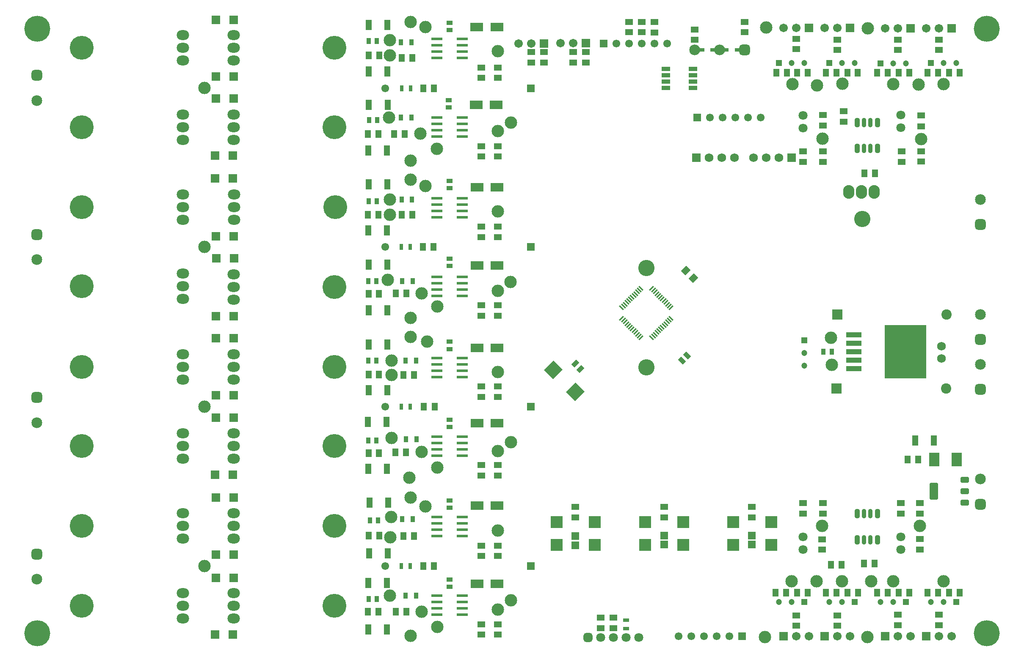
<source format=gbr>
%TF.GenerationSoftware,Altium Limited,Altium Designer,21.6.4 (81)*%
G04 Layer_Color=16711935*
%FSLAX43Y43*%
%MOMM*%
%TF.SameCoordinates,5D8205C6-A8A5-4108-8313-488A8EE5113E*%
%TF.FilePolarity,Negative*%
%TF.FileFunction,Soldermask,Bot*%
%TF.Part,Single*%
G01*
G75*
%TA.AperFunction,ComponentPad*%
%ADD24C,1.550*%
%ADD25R,1.550X1.550*%
%ADD32R,1.200X1.200*%
%ADD33C,1.200*%
%ADD36R,2.057X2.057*%
%ADD37C,2.057*%
%ADD42R,1.200X1.200*%
%TA.AperFunction,SMDPad,CuDef*%
%ADD45R,1.700X1.680*%
%ADD48R,1.250X2.000*%
%ADD49R,1.508X1.207*%
%ADD50R,2.500X1.700*%
%ADD51R,1.262X0.958*%
%ADD52R,2.270X0.558*%
%ADD53R,1.207X1.508*%
%ADD54R,0.900X1.200*%
%ADD55R,0.757X1.308*%
%ADD56R,0.808X1.262*%
G04:AMPARAMS|DCode=59|XSize=1.207mm|YSize=1.508mm|CornerRadius=0mm|HoleSize=0mm|Usage=FLASHONLY|Rotation=315.000|XOffset=0mm|YOffset=0mm|HoleType=Round|Shape=Rectangle|*
%AMROTATEDRECTD59*
4,1,4,-0.960,-0.107,0.107,0.960,0.960,0.107,-0.107,-0.960,-0.960,-0.107,0.0*
%
%ADD59ROTATEDRECTD59*%

G04:AMPARAMS|DCode=60|XSize=1.194mm|YSize=0.305mm|CornerRadius=0mm|HoleSize=0mm|Usage=FLASHONLY|Rotation=225.000|XOffset=0mm|YOffset=0mm|HoleType=Round|Shape=Rectangle|*
%AMROTATEDRECTD60*
4,1,4,0.314,0.530,0.530,0.314,-0.314,-0.530,-0.530,-0.314,0.314,0.530,0.0*
%
%ADD60ROTATEDRECTD60*%

G04:AMPARAMS|DCode=61|XSize=1.194mm|YSize=0.305mm|CornerRadius=0mm|HoleSize=0mm|Usage=FLASHONLY|Rotation=315.000|XOffset=0mm|YOffset=0mm|HoleType=Round|Shape=Rectangle|*
%AMROTATEDRECTD61*
4,1,4,-0.530,0.314,-0.314,0.530,0.530,-0.314,0.314,-0.530,-0.530,0.314,0.0*
%
%ADD61ROTATEDRECTD61*%

G04:AMPARAMS|DCode=63|XSize=0.95mm|YSize=1.35mm|CornerRadius=0mm|HoleSize=0mm|Usage=FLASHONLY|Rotation=315.000|XOffset=0mm|YOffset=0mm|HoleType=Round|Shape=Rectangle|*
%AMROTATEDRECTD63*
4,1,4,-0.813,-0.141,0.141,0.813,0.813,0.141,-0.141,-0.813,-0.813,-0.141,0.0*
%
%ADD63ROTATEDRECTD63*%

G04:AMPARAMS|DCode=64|XSize=0.95mm|YSize=1.35mm|CornerRadius=0mm|HoleSize=0mm|Usage=FLASHONLY|Rotation=45.000|XOffset=0mm|YOffset=0mm|HoleType=Round|Shape=Rectangle|*
%AMROTATEDRECTD64*
4,1,4,0.141,-0.813,-0.813,0.141,-0.141,0.813,0.813,-0.141,0.141,-0.813,0.0*
%
%ADD64ROTATEDRECTD64*%

%ADD65R,1.556X1.505*%
%ADD66R,1.308X0.757*%
%ADD69R,2.000X2.800*%
%ADD70R,0.807X1.308*%
%ADD71R,3.050X1.016*%
%ADD72R,8.380X10.660*%
%ADD73R,1.508X1.157*%
%ADD74R,1.157X1.508*%
G04:AMPARAMS|DCode=86|XSize=1.003mm|YSize=1.803mm|CornerRadius=0.302mm|HoleSize=0mm|Usage=FLASHONLY|Rotation=180.000|XOffset=0mm|YOffset=0mm|HoleType=Round|Shape=RoundedRectangle|*
%AMROUNDEDRECTD86*
21,1,1.003,1.200,0,0,180.0*
21,1,0.400,1.803,0,0,180.0*
1,1,0.603,-0.200,0.600*
1,1,0.603,0.200,0.600*
1,1,0.603,0.200,-0.600*
1,1,0.603,-0.200,-0.600*
%
%ADD86ROUNDEDRECTD86*%
G04:AMPARAMS|DCode=87|XSize=0.803mm|YSize=1.803mm|CornerRadius=0.252mm|HoleSize=0mm|Usage=FLASHONLY|Rotation=180.000|XOffset=0mm|YOffset=0mm|HoleType=Round|Shape=RoundedRectangle|*
%AMROUNDEDRECTD87*
21,1,0.803,1.300,0,0,180.0*
21,1,0.300,1.803,0,0,180.0*
1,1,0.503,-0.150,0.650*
1,1,0.503,0.150,0.650*
1,1,0.503,0.150,-0.650*
1,1,0.503,-0.150,-0.650*
%
%ADD87ROUNDEDRECTD87*%
%ADD88R,1.728X0.853*%
%ADD89R,1.203X0.703*%
G04:AMPARAMS|DCode=90|XSize=2.653mm|YSize=2.553mm|CornerRadius=0mm|HoleSize=0mm|Usage=FLASHONLY|Rotation=225.000|XOffset=0mm|YOffset=0mm|HoleType=Round|Shape=Rectangle|*
%AMROTATEDRECTD90*
4,1,4,0.035,1.841,1.841,0.035,-0.035,-1.841,-1.841,-0.035,0.035,1.841,0.0*
%
%ADD90ROTATEDRECTD90*%

G04:AMPARAMS|DCode=91|XSize=3.353mm|YSize=1.653mm|CornerRadius=0.152mm|HoleSize=0mm|Usage=FLASHONLY|Rotation=90.000|XOffset=0mm|YOffset=0mm|HoleType=Round|Shape=RoundedRectangle|*
%AMROUNDEDRECTD91*
21,1,3.353,1.349,0,0,90.0*
21,1,3.049,1.653,0,0,90.0*
1,1,0.305,0.674,1.524*
1,1,0.305,0.674,-1.524*
1,1,0.305,-0.674,-1.524*
1,1,0.305,-0.674,1.524*
%
%ADD91ROUNDEDRECTD91*%
G04:AMPARAMS|DCode=92|XSize=1.103mm|YSize=1.653mm|CornerRadius=0.151mm|HoleSize=0mm|Usage=FLASHONLY|Rotation=90.000|XOffset=0mm|YOffset=0mm|HoleType=Round|Shape=RoundedRectangle|*
%AMROUNDEDRECTD92*
21,1,1.103,1.351,0,0,90.0*
21,1,0.801,1.653,0,0,90.0*
1,1,0.302,0.676,0.401*
1,1,0.302,0.676,-0.401*
1,1,0.302,-0.676,-0.401*
1,1,0.302,-0.676,0.401*
%
%ADD92ROUNDEDRECTD92*%
%TA.AperFunction,ComponentPad*%
%ADD93O,2.489X1.981*%
%ADD94C,4.775*%
%ADD95C,3.251*%
%ADD96O,2.235X2.743*%
%ADD97C,2.489*%
%ADD98C,1.803*%
G04:AMPARAMS|DCode=99|XSize=1.803mm|YSize=1.803mm|CornerRadius=0.502mm|HoleSize=0mm|Usage=FLASHONLY|Rotation=0.000|XOffset=0mm|YOffset=0mm|HoleType=Round|Shape=RoundedRectangle|*
%AMROUNDEDRECTD99*
21,1,1.803,0.800,0,0,0.0*
21,1,0.800,1.803,0,0,0.0*
1,1,1.003,0.400,-0.400*
1,1,1.003,-0.400,-0.400*
1,1,1.003,-0.400,0.400*
1,1,1.003,0.400,0.400*
%
%ADD99ROUNDEDRECTD99*%
%ADD100R,2.489X2.489*%
G04:AMPARAMS|DCode=101|XSize=2.153mm|YSize=2.153mm|CornerRadius=0.589mm|HoleSize=0mm|Usage=FLASHONLY|Rotation=90.000|XOffset=0mm|YOffset=0mm|HoleType=Round|Shape=RoundedRectangle|*
%AMROUNDEDRECTD101*
21,1,2.153,0.975,0,0,90.0*
21,1,0.975,2.153,0,0,90.0*
1,1,1.178,0.488,0.488*
1,1,1.178,0.488,-0.488*
1,1,1.178,-0.488,-0.488*
1,1,1.178,-0.488,0.488*
%
%ADD101ROUNDEDRECTD101*%
%ADD102C,2.153*%
%ADD103C,1.703*%
%ADD104R,1.703X1.703*%
%ADD105C,1.727*%
%ADD106C,1.753*%
%ADD107R,1.753X1.753*%
G04:AMPARAMS|DCode=108|XSize=2.153mm|YSize=2.153mm|CornerRadius=0.589mm|HoleSize=0mm|Usage=FLASHONLY|Rotation=180.000|XOffset=0mm|YOffset=0mm|HoleType=Round|Shape=RoundedRectangle|*
%AMROUNDEDRECTD108*
21,1,2.153,0.975,0,0,180.0*
21,1,0.975,2.153,0,0,180.0*
1,1,1.178,-0.488,0.488*
1,1,1.178,0.488,0.488*
1,1,1.178,0.488,-0.488*
1,1,1.178,-0.488,-0.488*
%
%ADD108ROUNDEDRECTD108*%
%TA.AperFunction,ViaPad*%
%ADD109C,5.203*%
D24*
X104367Y157022D02*
D03*
X163068Y47244D02*
D03*
X165608D02*
D03*
X168148D02*
D03*
X170688D02*
D03*
X173228D02*
D03*
X169291Y151176D02*
D03*
X171831D02*
D03*
X174371D02*
D03*
X176911D02*
D03*
X179451Y151176D02*
D03*
X150622Y165989D02*
D03*
X153162D02*
D03*
X155702D02*
D03*
X158242D02*
D03*
X160782D02*
D03*
X104367Y125222D02*
D03*
X104394Y93218D02*
D03*
X104367Y61341D02*
D03*
D25*
X133477Y157022D02*
D03*
X175768Y47244D02*
D03*
X166751Y151176D02*
D03*
X148082Y165989D02*
D03*
X133477Y125222D02*
D03*
X133504Y93218D02*
D03*
X133477Y61341D02*
D03*
D32*
X213487Y162052D02*
D03*
X203454Y162047D02*
D03*
X193167Y162052D02*
D03*
X183134D02*
D03*
X208534Y54102D02*
D03*
X218567D02*
D03*
X198247D02*
D03*
X188214D02*
D03*
D33*
X216027Y162052D02*
D03*
X218567D02*
D03*
X205994Y162047D02*
D03*
X208534D02*
D03*
X195707Y162052D02*
D03*
X198247D02*
D03*
X185674D02*
D03*
X188214D02*
D03*
X203454Y54102D02*
D03*
X205994D02*
D03*
X213487D02*
D03*
X216027D02*
D03*
X193167D02*
D03*
X195707D02*
D03*
X183134D02*
D03*
X185674D02*
D03*
X188209Y104013D02*
D03*
Y101473D02*
D03*
D36*
X194768Y111731D02*
D03*
X194640Y96901D02*
D03*
D37*
X216663Y111731D02*
D03*
X216535Y96901D02*
D03*
D42*
X188209Y106553D02*
D03*
D45*
X73914Y47625D02*
D03*
X70334D02*
D03*
X74041Y58928D02*
D03*
X70461D02*
D03*
X74041Y63627D02*
D03*
X70461D02*
D03*
X73914Y79629D02*
D03*
X70334D02*
D03*
X74041Y91059D02*
D03*
X70461D02*
D03*
X74041Y95504D02*
D03*
X70461D02*
D03*
X74041Y106934D02*
D03*
X70461D02*
D03*
X74053Y111379D02*
D03*
X70473D02*
D03*
X74180Y122936D02*
D03*
X70600D02*
D03*
X74053Y127381D02*
D03*
X70473D02*
D03*
X73926Y138938D02*
D03*
X70346D02*
D03*
X73914Y143510D02*
D03*
X70334D02*
D03*
X74053Y154940D02*
D03*
X70473D02*
D03*
X74053Y159385D02*
D03*
X70473D02*
D03*
X74053Y170688D02*
D03*
X70473D02*
D03*
X74053Y75057D02*
D03*
X70473D02*
D03*
D48*
X100995Y80772D02*
D03*
X104745D02*
D03*
X100868Y90170D02*
D03*
X104618D02*
D03*
X101092Y153670D02*
D03*
X104842D02*
D03*
X101025Y169672D02*
D03*
X104775D02*
D03*
X100995Y144526D02*
D03*
X104745D02*
D03*
X101025Y137795D02*
D03*
X104775D02*
D03*
X100995Y128524D02*
D03*
X104745D02*
D03*
X101025Y112522D02*
D03*
X104775D02*
D03*
X101025Y121666D02*
D03*
X104775D02*
D03*
X101025Y96520D02*
D03*
X104775D02*
D03*
X101025Y105664D02*
D03*
X104775D02*
D03*
X101122Y63881D02*
D03*
X104872D02*
D03*
X100995Y57912D02*
D03*
X104745D02*
D03*
X214092Y86487D02*
D03*
X210342D02*
D03*
X104999Y74041D02*
D03*
X101249D02*
D03*
X104745Y48641D02*
D03*
X100995D02*
D03*
X104775Y160401D02*
D03*
X101025D02*
D03*
D49*
X123571Y161198D02*
D03*
Y159096D02*
D03*
X126873Y161198D02*
D03*
Y159096D02*
D03*
X123571Y81569D02*
D03*
Y79467D02*
D03*
X126873Y81569D02*
D03*
Y79467D02*
D03*
X123571Y65440D02*
D03*
Y63338D02*
D03*
X126873Y65440D02*
D03*
Y63338D02*
D03*
X123571Y49692D02*
D03*
Y47590D02*
D03*
X126873Y49692D02*
D03*
Y47590D02*
D03*
X155702Y170342D02*
D03*
Y168240D02*
D03*
X158242Y168205D02*
D03*
Y170307D02*
D03*
X166243Y168818D02*
D03*
Y166716D02*
D03*
X176276Y168240D02*
D03*
Y170342D02*
D03*
X160147Y73187D02*
D03*
Y71085D02*
D03*
X191770Y66710D02*
D03*
Y64608D02*
D03*
X187960Y73949D02*
D03*
Y71847D02*
D03*
X191897Y73949D02*
D03*
Y71847D02*
D03*
X207518Y73949D02*
D03*
Y71847D02*
D03*
X187960Y142297D02*
D03*
Y144399D02*
D03*
X196088Y150333D02*
D03*
Y152435D02*
D03*
X207645Y142297D02*
D03*
Y144399D02*
D03*
X211582Y142332D02*
D03*
Y144434D02*
D03*
X133604Y162179D02*
D03*
Y164281D02*
D03*
X136144Y162179D02*
D03*
Y164281D02*
D03*
X141986Y162179D02*
D03*
Y164281D02*
D03*
X144526Y162179D02*
D03*
Y164281D02*
D03*
X153162Y168240D02*
D03*
Y170342D02*
D03*
X142367Y71050D02*
D03*
Y73152D02*
D03*
X177673Y71085D02*
D03*
Y73187D02*
D03*
X191897Y144377D02*
D03*
Y142275D02*
D03*
Y151673D02*
D03*
Y149571D02*
D03*
X211311Y64626D02*
D03*
Y66727D02*
D03*
X211328Y71847D02*
D03*
Y73949D02*
D03*
X215138Y164684D02*
D03*
Y166786D02*
D03*
X206883Y164684D02*
D03*
Y166786D02*
D03*
X186563Y164846D02*
D03*
Y166948D02*
D03*
X194818Y164684D02*
D03*
Y166786D02*
D03*
X215138Y49495D02*
D03*
Y51597D02*
D03*
X206883Y49460D02*
D03*
Y51562D02*
D03*
X186563Y49368D02*
D03*
Y51470D02*
D03*
X194818Y49368D02*
D03*
Y51470D02*
D03*
X126873Y143348D02*
D03*
Y145450D02*
D03*
X123571Y143348D02*
D03*
Y145450D02*
D03*
X126873Y127219D02*
D03*
Y129321D02*
D03*
X123571Y127219D02*
D03*
Y129321D02*
D03*
X126873Y111471D02*
D03*
Y113573D02*
D03*
X123571Y111471D02*
D03*
Y113573D02*
D03*
X126873Y95215D02*
D03*
Y97317D02*
D03*
X123571Y95215D02*
D03*
Y97317D02*
D03*
D50*
X126714Y57785D02*
D03*
X122714D02*
D03*
X126714Y73406D02*
D03*
X122714D02*
D03*
X126714Y89916D02*
D03*
X122714D02*
D03*
X126714Y105029D02*
D03*
X122714D02*
D03*
X126714Y121539D02*
D03*
X122714D02*
D03*
X126714Y137160D02*
D03*
X122714D02*
D03*
X126587Y153670D02*
D03*
X122587D02*
D03*
X126682Y169291D02*
D03*
X122682D02*
D03*
D51*
X117221Y168691D02*
D03*
Y170145D02*
D03*
X117094Y153162D02*
D03*
Y154616D02*
D03*
X117221Y137033D02*
D03*
Y138487D02*
D03*
Y121412D02*
D03*
Y122866D02*
D03*
Y104810D02*
D03*
Y106264D02*
D03*
Y89189D02*
D03*
Y90643D02*
D03*
Y57185D02*
D03*
Y58639D02*
D03*
Y74479D02*
D03*
Y73025D02*
D03*
D52*
X114707Y71120D02*
D03*
Y69850D02*
D03*
Y68580D02*
D03*
Y67310D02*
D03*
X119735D02*
D03*
Y68580D02*
D03*
Y69850D02*
D03*
Y71120D02*
D03*
X114707Y55372D02*
D03*
Y54102D02*
D03*
Y52832D02*
D03*
Y51562D02*
D03*
X119735D02*
D03*
Y52832D02*
D03*
Y54102D02*
D03*
Y55372D02*
D03*
X114707Y166878D02*
D03*
Y165608D02*
D03*
Y164338D02*
D03*
Y163068D02*
D03*
X119735D02*
D03*
Y164338D02*
D03*
Y165608D02*
D03*
Y166878D02*
D03*
X114707Y151130D02*
D03*
Y149860D02*
D03*
Y148590D02*
D03*
Y147320D02*
D03*
X119735D02*
D03*
Y148590D02*
D03*
Y149860D02*
D03*
Y151130D02*
D03*
X114707Y135001D02*
D03*
Y133731D02*
D03*
Y132461D02*
D03*
Y131191D02*
D03*
X119735D02*
D03*
Y132461D02*
D03*
Y133731D02*
D03*
Y135001D02*
D03*
X114707Y119253D02*
D03*
Y117983D02*
D03*
Y116713D02*
D03*
Y115443D02*
D03*
X119735D02*
D03*
Y116713D02*
D03*
Y117983D02*
D03*
Y119253D02*
D03*
X114707Y102997D02*
D03*
Y101727D02*
D03*
Y100457D02*
D03*
Y99187D02*
D03*
X119735D02*
D03*
Y100457D02*
D03*
Y101727D02*
D03*
Y102997D02*
D03*
X114707Y87249D02*
D03*
Y85979D02*
D03*
Y84709D02*
D03*
Y83439D02*
D03*
X119735D02*
D03*
Y84709D02*
D03*
Y85979D02*
D03*
Y87249D02*
D03*
D53*
X108620Y52197D02*
D03*
X106518D02*
D03*
X110144Y67310D02*
D03*
X108042D02*
D03*
X110144Y99568D02*
D03*
X108042D02*
D03*
X108620Y115951D02*
D03*
X106518D02*
D03*
X109763Y131699D02*
D03*
X107661D02*
D03*
X109763Y163068D02*
D03*
X107661D02*
D03*
X103159Y163576D02*
D03*
X101057D02*
D03*
X108493Y84074D02*
D03*
X106391D02*
D03*
X184566Y56007D02*
D03*
X182464D02*
D03*
X188884D02*
D03*
X186782D02*
D03*
X198917D02*
D03*
X196815D02*
D03*
X204886D02*
D03*
X202784D02*
D03*
X209204D02*
D03*
X207102D02*
D03*
X219237D02*
D03*
X217135D02*
D03*
X200117Y61849D02*
D03*
X202219D02*
D03*
X193513Y61595D02*
D03*
X195615D02*
D03*
X200244Y139954D02*
D03*
X202346D02*
D03*
X217135Y160147D02*
D03*
X219237D02*
D03*
X212817D02*
D03*
X214919D02*
D03*
X209169D02*
D03*
X207067D02*
D03*
X202784D02*
D03*
X204886D02*
D03*
X196780D02*
D03*
X198882D02*
D03*
X192497D02*
D03*
X194599D02*
D03*
X188849D02*
D03*
X186747D02*
D03*
X182591D02*
D03*
X184693D02*
D03*
X194599Y56007D02*
D03*
X192497D02*
D03*
X214919D02*
D03*
X212817D02*
D03*
X208880Y82677D02*
D03*
X210982D02*
D03*
X106137Y147828D02*
D03*
X108239D02*
D03*
X101057Y67437D02*
D03*
X103159D02*
D03*
X100895Y147828D02*
D03*
X102997D02*
D03*
X100930Y52197D02*
D03*
X103032D02*
D03*
X101022Y83947D02*
D03*
X103124D02*
D03*
X101022Y99695D02*
D03*
X103124D02*
D03*
X100930Y131699D02*
D03*
X103032D02*
D03*
X101022Y115824D02*
D03*
X103124D02*
D03*
D54*
X108424Y55372D02*
D03*
X110524D02*
D03*
X107789Y70739D02*
D03*
X109889D02*
D03*
X108551Y86741D02*
D03*
X110651D02*
D03*
X108424Y102489D02*
D03*
X110524D02*
D03*
X107789Y118364D02*
D03*
X109889D02*
D03*
X107628Y134747D02*
D03*
X109728D02*
D03*
X107535Y151130D02*
D03*
X109635D02*
D03*
Y166243D02*
D03*
X107535D02*
D03*
D55*
X107582Y61341D02*
D03*
X109334D02*
D03*
X107582Y93218D02*
D03*
X109334D02*
D03*
X107582Y125222D02*
D03*
X109334D02*
D03*
X107709Y156972D02*
D03*
X109461D02*
D03*
D56*
X101052Y166497D02*
D03*
X102656D02*
D03*
X101139Y150622D02*
D03*
X102743D02*
D03*
X101052Y134366D02*
D03*
X102656D02*
D03*
X101012Y118364D02*
D03*
X102616D02*
D03*
X101012Y102489D02*
D03*
X102616D02*
D03*
X101052Y54737D02*
D03*
X102656D02*
D03*
X102910Y70485D02*
D03*
X101306D02*
D03*
X102616Y86487D02*
D03*
X101012D02*
D03*
D59*
X165970Y119018D02*
D03*
X164484Y120504D02*
D03*
D60*
X161541Y113075D02*
D03*
X161187Y113428D02*
D03*
X160834Y113782D02*
D03*
X160480Y114135D02*
D03*
X160127Y114489D02*
D03*
X159773Y114842D02*
D03*
X159419Y115196D02*
D03*
X159066Y115550D02*
D03*
X158712Y115903D02*
D03*
X158359Y116257D02*
D03*
X158005Y116610D02*
D03*
X157652Y116964D02*
D03*
X151641Y110953D02*
D03*
X151995Y110600D02*
D03*
X152348Y110246D02*
D03*
X152702Y109893D02*
D03*
X153055Y109539D02*
D03*
X153409Y109186D02*
D03*
X153763Y108832D02*
D03*
X154116Y108478D02*
D03*
X154470Y108125D02*
D03*
X154823Y107771D02*
D03*
X155177Y107418D02*
D03*
X155530Y107064D02*
D03*
D61*
Y116964D02*
D03*
X155177Y116610D02*
D03*
X154823Y116257D02*
D03*
X154470Y115903D02*
D03*
X154116Y115550D02*
D03*
X153763Y115196D02*
D03*
X153409Y114842D02*
D03*
X153055Y114489D02*
D03*
X152702Y114135D02*
D03*
X152348Y113782D02*
D03*
X151995Y113428D02*
D03*
X151641Y113075D02*
D03*
X157652Y107064D02*
D03*
X158005Y107418D02*
D03*
X158359Y107771D02*
D03*
X158712Y108125D02*
D03*
X159066Y108478D02*
D03*
X159419Y108832D02*
D03*
X159773Y109186D02*
D03*
X160127Y109539D02*
D03*
X160480Y109893D02*
D03*
X160834Y110246D02*
D03*
X161187Y110600D02*
D03*
X161541Y110953D02*
D03*
D63*
X142345Y101876D02*
D03*
X143405Y100816D02*
D03*
D64*
X164741Y103527D02*
D03*
X163681Y102467D02*
D03*
D65*
X177673Y67449D02*
D03*
Y65647D02*
D03*
X142367Y67322D02*
D03*
Y65520D02*
D03*
X160147Y67449D02*
D03*
Y65647D02*
D03*
D66*
X152527Y48768D02*
D03*
Y50520D02*
D03*
D69*
X214158Y82677D02*
D03*
X218658D02*
D03*
D70*
X192024Y104267D02*
D03*
X193726D02*
D03*
D71*
X198102Y107671D02*
D03*
Y105969D02*
D03*
Y104267D02*
D03*
Y102565D02*
D03*
Y100863D02*
D03*
D72*
X208407Y104267D02*
D03*
D73*
X211582Y149419D02*
D03*
Y151571D02*
D03*
X149987Y51047D02*
D03*
Y48895D02*
D03*
X147447Y51047D02*
D03*
Y48895D02*
D03*
D74*
X114106Y61341D02*
D03*
X111954D02*
D03*
X114046Y125222D02*
D03*
X111894D02*
D03*
X114233Y93218D02*
D03*
X112081D02*
D03*
X114106Y156972D02*
D03*
X111954D02*
D03*
D86*
X202812Y66615D02*
D03*
X198762D02*
D03*
X202812Y71815D02*
D03*
X198762D02*
D03*
X202812Y144974D02*
D03*
X198762D02*
D03*
X202812Y150174D02*
D03*
X198762D02*
D03*
D87*
X201422Y66615D02*
D03*
X200152D02*
D03*
X201422Y71815D02*
D03*
X200152D02*
D03*
X201422Y144974D02*
D03*
X200152D02*
D03*
X201422Y150174D02*
D03*
X200152D02*
D03*
D88*
X160483Y157099D02*
D03*
Y158369D02*
D03*
Y159639D02*
D03*
Y160909D02*
D03*
X165907D02*
D03*
Y159639D02*
D03*
Y158369D02*
D03*
Y157099D02*
D03*
D89*
X169983Y164719D02*
D03*
X167583D02*
D03*
X172479D02*
D03*
X174879D02*
D03*
D90*
X142400Y96233D02*
D03*
X138016Y100617D02*
D03*
D91*
X214095Y76327D02*
D03*
D92*
X220245Y74027D02*
D03*
Y76327D02*
D03*
Y78627D02*
D03*
D93*
X74041Y82804D02*
D03*
Y85344D02*
D03*
Y87884D02*
D03*
Y71882D02*
D03*
Y69342D02*
D03*
Y66802D02*
D03*
Y55880D02*
D03*
Y53340D02*
D03*
Y50800D02*
D03*
Y103759D02*
D03*
Y101219D02*
D03*
Y98679D02*
D03*
Y119761D02*
D03*
Y117221D02*
D03*
Y114681D02*
D03*
X74168Y135763D02*
D03*
Y133223D02*
D03*
Y130683D02*
D03*
X74041Y151765D02*
D03*
Y149225D02*
D03*
Y146685D02*
D03*
X63881Y50800D02*
D03*
Y53340D02*
D03*
Y55880D02*
D03*
Y66802D02*
D03*
Y69342D02*
D03*
Y71882D02*
D03*
Y82804D02*
D03*
Y85344D02*
D03*
Y87884D02*
D03*
Y98679D02*
D03*
Y101219D02*
D03*
Y103759D02*
D03*
Y114808D02*
D03*
Y117348D02*
D03*
Y119888D02*
D03*
Y130683D02*
D03*
Y133223D02*
D03*
Y135763D02*
D03*
Y146685D02*
D03*
Y149225D02*
D03*
Y151765D02*
D03*
X74041Y167640D02*
D03*
Y165100D02*
D03*
Y162560D02*
D03*
X63881D02*
D03*
Y165100D02*
D03*
Y167640D02*
D03*
D94*
X94234Y85344D02*
D03*
Y69342D02*
D03*
Y53340D02*
D03*
Y101219D02*
D03*
Y117221D02*
D03*
X94361Y133223D02*
D03*
X94234Y149225D02*
D03*
X43688Y53340D02*
D03*
Y69342D02*
D03*
Y85344D02*
D03*
Y101219D02*
D03*
Y117348D02*
D03*
Y133223D02*
D03*
Y149225D02*
D03*
X94234Y165100D02*
D03*
X43688D02*
D03*
D95*
X199771Y130810D02*
D03*
X156591Y121031D02*
D03*
Y101092D02*
D03*
D96*
X197104Y136271D02*
D03*
X199644D02*
D03*
X202184D02*
D03*
D97*
X129540Y150114D02*
D03*
X126873Y148463D02*
D03*
X185801Y157861D02*
D03*
X190754Y157607D02*
D03*
X195790Y157905D02*
D03*
X205994Y157861D02*
D03*
X211074Y157734D02*
D03*
X216027Y157861D02*
D03*
X180340Y47117D02*
D03*
X200787D02*
D03*
X191770Y69342D02*
D03*
X195707Y58293D02*
D03*
X190627D02*
D03*
X185674D02*
D03*
X201549D02*
D03*
X205994D02*
D03*
X216027D02*
D03*
X211328Y69342D02*
D03*
X193675Y101600D02*
D03*
X193548Y107061D02*
D03*
X211582Y146812D02*
D03*
X191833Y146974D02*
D03*
X180594Y169164D02*
D03*
X200914Y169037D02*
D03*
X105283Y163576D02*
D03*
X109474Y170307D02*
D03*
X112395Y169291D02*
D03*
X126873Y164465D02*
D03*
X105156Y151130D02*
D03*
X111379Y147955D02*
D03*
X114681Y144907D02*
D03*
X109474Y142494D02*
D03*
Y138684D02*
D03*
X112395Y137414D02*
D03*
X105283Y134747D02*
D03*
Y131699D02*
D03*
X126873Y116459D02*
D03*
X129413Y118237D02*
D03*
X104902Y118618D02*
D03*
X111633Y115951D02*
D03*
X114808Y113284D02*
D03*
X109474Y110998D02*
D03*
Y107188D02*
D03*
X112746Y106264D02*
D03*
X105664Y102489D02*
D03*
Y99568D02*
D03*
Y86995D02*
D03*
X111633Y84201D02*
D03*
X114808Y81026D02*
D03*
X109220Y78994D02*
D03*
X109474Y75057D02*
D03*
X112395Y73279D02*
D03*
X105537Y71120D02*
D03*
X105410Y67056D02*
D03*
X129540Y86106D02*
D03*
X126873Y84328D02*
D03*
Y68453D02*
D03*
Y52578D02*
D03*
X129540Y54483D02*
D03*
X109474Y47371D02*
D03*
X111633Y52197D02*
D03*
X114808Y49149D02*
D03*
X105283Y166624D02*
D03*
X126873Y132334D02*
D03*
X105283Y55372D02*
D03*
X68199Y61341D02*
D03*
Y125222D02*
D03*
X126873Y100203D02*
D03*
X68199Y93218D02*
D03*
Y157099D02*
D03*
D98*
X149987Y46990D02*
D03*
X147447D02*
D03*
X152527D02*
D03*
X155067D02*
D03*
X207518Y64643D02*
D03*
Y67183D02*
D03*
X187960Y64643D02*
D03*
Y67183D02*
D03*
Y151633D02*
D03*
Y149093D02*
D03*
X207518Y149098D02*
D03*
Y151638D02*
D03*
D99*
X144907Y46990D02*
D03*
D100*
X138684Y65532D02*
D03*
Y70104D02*
D03*
X146304D02*
D03*
Y65532D02*
D03*
X173990D02*
D03*
Y70104D02*
D03*
X181610D02*
D03*
Y65532D02*
D03*
X156337D02*
D03*
Y70104D02*
D03*
X163957D02*
D03*
Y65532D02*
D03*
D101*
X223393Y106731D02*
D03*
Y96727D02*
D03*
Y73740D02*
D03*
Y129747D02*
D03*
X34679Y159599D02*
D03*
X34671Y127682D02*
D03*
X34679Y95083D02*
D03*
Y63714D02*
D03*
D102*
X223393Y111731D02*
D03*
Y101727D02*
D03*
Y78740D02*
D03*
Y134747D02*
D03*
X166243Y164719D02*
D03*
X171243D02*
D03*
X34679Y154599D02*
D03*
X34671Y122682D02*
D03*
X34679Y90083D02*
D03*
Y58714D02*
D03*
D103*
X217678Y47244D02*
D03*
X215138D02*
D03*
X209423D02*
D03*
X206883D02*
D03*
X189103D02*
D03*
X186563D02*
D03*
X197358D02*
D03*
X194818D02*
D03*
X215138Y169037D02*
D03*
X212598D02*
D03*
X206883D02*
D03*
X204343D02*
D03*
X194818Y169083D02*
D03*
X192278D02*
D03*
X186563D02*
D03*
X184023D02*
D03*
X139446Y166035D02*
D03*
X141986D02*
D03*
X131064Y165989D02*
D03*
X133604D02*
D03*
D104*
X212598Y47244D02*
D03*
X204343D02*
D03*
X184023D02*
D03*
X192278D02*
D03*
X217678Y169037D02*
D03*
X209423D02*
D03*
X197358Y169083D02*
D03*
X189103D02*
D03*
X144526Y166035D02*
D03*
X136144Y165989D02*
D03*
D105*
X215646Y105370D02*
D03*
Y102870D02*
D03*
D106*
X174244Y143129D02*
D03*
X171704D02*
D03*
X169164D02*
D03*
X178054D02*
D03*
X180594D02*
D03*
X183134D02*
D03*
D107*
X166624D02*
D03*
X185674D02*
D03*
D108*
X176243Y164719D02*
D03*
D109*
X224663Y168910D02*
D03*
X34798D02*
D03*
X224663Y47879D02*
D03*
X34798D02*
D03*
%TF.MD5,dee28e68f975fb7f4e93e575d8f95ef9*%
M02*

</source>
